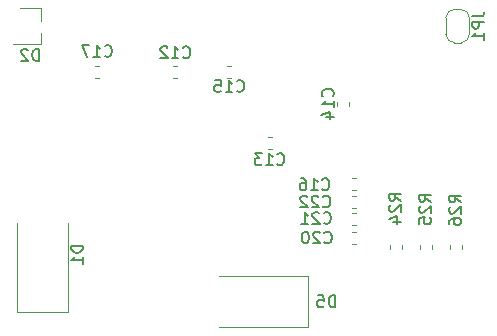
<source format=gbr>
G04 #@! TF.GenerationSoftware,KiCad,Pcbnew,5.0.2-bee76a0~70~ubuntu18.04.1*
G04 #@! TF.CreationDate,2019-01-26T12:58:11+01:00*
G04 #@! TF.ProjectId,MotorDriver,4d6f746f-7244-4726-9976-65722e6b6963,rev?*
G04 #@! TF.SameCoordinates,Original*
G04 #@! TF.FileFunction,Legend,Bot*
G04 #@! TF.FilePolarity,Positive*
%FSLAX46Y46*%
G04 Gerber Fmt 4.6, Leading zero omitted, Abs format (unit mm)*
G04 Created by KiCad (PCBNEW 5.0.2-bee76a0~70~ubuntu18.04.1) date So 26. ledna 2019, 12:58:11 CET*
%MOMM*%
%LPD*%
G01*
G04 APERTURE LIST*
%ADD10C,0.120000*%
%ADD11C,0.150000*%
G04 APERTURE END LIST*
D10*
G04 #@! TO.C,D2*
X108197000Y-87699000D02*
X108197000Y-86649000D01*
X108197000Y-86649000D02*
X106347000Y-86649000D01*
X108197000Y-89699000D02*
X108197000Y-88699000D01*
X108177000Y-89709000D02*
X105747000Y-89709000D01*
G04 #@! TO.C,C12*
X119335733Y-91501500D02*
X119678267Y-91501500D01*
X119335733Y-92521500D02*
X119678267Y-92521500D01*
G04 #@! TO.C,C13*
X127336733Y-97534000D02*
X127679267Y-97534000D01*
X127336733Y-98554000D02*
X127679267Y-98554000D01*
G04 #@! TO.C,C14*
X133246400Y-94556733D02*
X133246400Y-94899267D01*
X134266400Y-94556733D02*
X134266400Y-94899267D01*
G04 #@! TO.C,C15*
X124264267Y-91501500D02*
X123921733Y-91501500D01*
X124264267Y-92521500D02*
X123921733Y-92521500D01*
G04 #@! TO.C,C16*
X134448733Y-102046500D02*
X134791267Y-102046500D01*
X134448733Y-101026500D02*
X134791267Y-101026500D01*
G04 #@! TO.C,C17*
X113074267Y-92521500D02*
X112731733Y-92521500D01*
X113074267Y-91501500D02*
X112731733Y-91501500D01*
G04 #@! TO.C,C20*
X134448733Y-105598500D02*
X134791267Y-105598500D01*
X134448733Y-106618500D02*
X134791267Y-106618500D01*
G04 #@! TO.C,C21*
X134448733Y-105031000D02*
X134791267Y-105031000D01*
X134448733Y-104011000D02*
X134791267Y-104011000D01*
G04 #@! TO.C,C22*
X134448733Y-103570500D02*
X134791267Y-103570500D01*
X134448733Y-102550500D02*
X134791267Y-102550500D01*
G04 #@! TO.C,D1*
X110404800Y-112342800D02*
X110404800Y-104792800D01*
X106104800Y-112342800D02*
X106104800Y-104792800D01*
X110404800Y-112342800D02*
X106104800Y-112342800D01*
G04 #@! TO.C,D5*
X130749500Y-109356000D02*
X130749500Y-113656000D01*
X130749500Y-113656000D02*
X123199500Y-113656000D01*
X130749500Y-109356000D02*
X123199500Y-109356000D01*
G04 #@! TO.C,R24*
X137666000Y-106649733D02*
X137666000Y-106992267D01*
X138686000Y-106649733D02*
X138686000Y-106992267D01*
G04 #@! TO.C,R25*
X140206000Y-106649733D02*
X140206000Y-106992267D01*
X141226000Y-106649733D02*
X141226000Y-106992267D01*
G04 #@! TO.C,R26*
X143766000Y-106649733D02*
X143766000Y-106992267D01*
X142746000Y-106649733D02*
X142746000Y-106992267D01*
G04 #@! TO.C,JP1*
X144433800Y-87448400D02*
G75*
G03X143733800Y-86748400I-700000J0D01*
G01*
X143133800Y-86748400D02*
G75*
G03X142433800Y-87448400I0J-700000D01*
G01*
X142433800Y-88848400D02*
G75*
G03X143133800Y-89548400I700000J0D01*
G01*
X143733800Y-89548400D02*
G75*
G03X144433800Y-88848400I0J700000D01*
G01*
X143133800Y-89548400D02*
X143733800Y-89548400D01*
X142433800Y-87448400D02*
X142433800Y-88848400D01*
X143733800Y-86748400D02*
X143133800Y-86748400D01*
X144433800Y-88848400D02*
X144433800Y-87448400D01*
G04 #@! TO.C,D2*
D11*
X107985095Y-91101380D02*
X107985095Y-90101380D01*
X107747000Y-90101380D01*
X107604142Y-90149000D01*
X107508904Y-90244238D01*
X107461285Y-90339476D01*
X107413666Y-90529952D01*
X107413666Y-90672809D01*
X107461285Y-90863285D01*
X107508904Y-90958523D01*
X107604142Y-91053761D01*
X107747000Y-91101380D01*
X107985095Y-91101380D01*
X107032714Y-90196619D02*
X106985095Y-90149000D01*
X106889857Y-90101380D01*
X106651761Y-90101380D01*
X106556523Y-90149000D01*
X106508904Y-90196619D01*
X106461285Y-90291857D01*
X106461285Y-90387095D01*
X106508904Y-90529952D01*
X107080333Y-91101380D01*
X106461285Y-91101380D01*
G04 #@! TO.C,C12*
X120175257Y-90781142D02*
X120222876Y-90828761D01*
X120365733Y-90876380D01*
X120460971Y-90876380D01*
X120603828Y-90828761D01*
X120699066Y-90733523D01*
X120746685Y-90638285D01*
X120794304Y-90447809D01*
X120794304Y-90304952D01*
X120746685Y-90114476D01*
X120699066Y-90019238D01*
X120603828Y-89924000D01*
X120460971Y-89876380D01*
X120365733Y-89876380D01*
X120222876Y-89924000D01*
X120175257Y-89971619D01*
X119222876Y-90876380D02*
X119794304Y-90876380D01*
X119508590Y-90876380D02*
X119508590Y-89876380D01*
X119603828Y-90019238D01*
X119699066Y-90114476D01*
X119794304Y-90162095D01*
X118841923Y-89971619D02*
X118794304Y-89924000D01*
X118699066Y-89876380D01*
X118460971Y-89876380D01*
X118365733Y-89924000D01*
X118318114Y-89971619D01*
X118270495Y-90066857D01*
X118270495Y-90162095D01*
X118318114Y-90304952D01*
X118889542Y-90876380D01*
X118270495Y-90876380D01*
G04 #@! TO.C,C13*
X128150857Y-99831142D02*
X128198476Y-99878761D01*
X128341333Y-99926380D01*
X128436571Y-99926380D01*
X128579428Y-99878761D01*
X128674666Y-99783523D01*
X128722285Y-99688285D01*
X128769904Y-99497809D01*
X128769904Y-99354952D01*
X128722285Y-99164476D01*
X128674666Y-99069238D01*
X128579428Y-98974000D01*
X128436571Y-98926380D01*
X128341333Y-98926380D01*
X128198476Y-98974000D01*
X128150857Y-99021619D01*
X127198476Y-99926380D02*
X127769904Y-99926380D01*
X127484190Y-99926380D02*
X127484190Y-98926380D01*
X127579428Y-99069238D01*
X127674666Y-99164476D01*
X127769904Y-99212095D01*
X126865142Y-98926380D02*
X126246095Y-98926380D01*
X126579428Y-99307333D01*
X126436571Y-99307333D01*
X126341333Y-99354952D01*
X126293714Y-99402571D01*
X126246095Y-99497809D01*
X126246095Y-99735904D01*
X126293714Y-99831142D01*
X126341333Y-99878761D01*
X126436571Y-99926380D01*
X126722285Y-99926380D01*
X126817523Y-99878761D01*
X126865142Y-99831142D01*
G04 #@! TO.C,C14*
X132843542Y-94085142D02*
X132891161Y-94037523D01*
X132938780Y-93894666D01*
X132938780Y-93799428D01*
X132891161Y-93656571D01*
X132795923Y-93561333D01*
X132700685Y-93513714D01*
X132510209Y-93466095D01*
X132367352Y-93466095D01*
X132176876Y-93513714D01*
X132081638Y-93561333D01*
X131986400Y-93656571D01*
X131938780Y-93799428D01*
X131938780Y-93894666D01*
X131986400Y-94037523D01*
X132034019Y-94085142D01*
X132938780Y-95037523D02*
X132938780Y-94466095D01*
X132938780Y-94751809D02*
X131938780Y-94751809D01*
X132081638Y-94656571D01*
X132176876Y-94561333D01*
X132224495Y-94466095D01*
X132272114Y-95894666D02*
X132938780Y-95894666D01*
X131891161Y-95656571D02*
X132605447Y-95418476D01*
X132605447Y-96037523D01*
G04 #@! TO.C,C15*
X124735857Y-93638642D02*
X124783476Y-93686261D01*
X124926333Y-93733880D01*
X125021571Y-93733880D01*
X125164428Y-93686261D01*
X125259666Y-93591023D01*
X125307285Y-93495785D01*
X125354904Y-93305309D01*
X125354904Y-93162452D01*
X125307285Y-92971976D01*
X125259666Y-92876738D01*
X125164428Y-92781500D01*
X125021571Y-92733880D01*
X124926333Y-92733880D01*
X124783476Y-92781500D01*
X124735857Y-92829119D01*
X123783476Y-93733880D02*
X124354904Y-93733880D01*
X124069190Y-93733880D02*
X124069190Y-92733880D01*
X124164428Y-92876738D01*
X124259666Y-92971976D01*
X124354904Y-93019595D01*
X122878714Y-92733880D02*
X123354904Y-92733880D01*
X123402523Y-93210071D01*
X123354904Y-93162452D01*
X123259666Y-93114833D01*
X123021571Y-93114833D01*
X122926333Y-93162452D01*
X122878714Y-93210071D01*
X122831095Y-93305309D01*
X122831095Y-93543404D01*
X122878714Y-93638642D01*
X122926333Y-93686261D01*
X123021571Y-93733880D01*
X123259666Y-93733880D01*
X123354904Y-93686261D01*
X123402523Y-93638642D01*
G04 #@! TO.C,C16*
X131960857Y-101957142D02*
X132008476Y-102004761D01*
X132151333Y-102052380D01*
X132246571Y-102052380D01*
X132389428Y-102004761D01*
X132484666Y-101909523D01*
X132532285Y-101814285D01*
X132579904Y-101623809D01*
X132579904Y-101480952D01*
X132532285Y-101290476D01*
X132484666Y-101195238D01*
X132389428Y-101100000D01*
X132246571Y-101052380D01*
X132151333Y-101052380D01*
X132008476Y-101100000D01*
X131960857Y-101147619D01*
X131008476Y-102052380D02*
X131579904Y-102052380D01*
X131294190Y-102052380D02*
X131294190Y-101052380D01*
X131389428Y-101195238D01*
X131484666Y-101290476D01*
X131579904Y-101338095D01*
X130151333Y-101052380D02*
X130341809Y-101052380D01*
X130437047Y-101100000D01*
X130484666Y-101147619D01*
X130579904Y-101290476D01*
X130627523Y-101480952D01*
X130627523Y-101861904D01*
X130579904Y-101957142D01*
X130532285Y-102004761D01*
X130437047Y-102052380D01*
X130246571Y-102052380D01*
X130151333Y-102004761D01*
X130103714Y-101957142D01*
X130056095Y-101861904D01*
X130056095Y-101623809D01*
X130103714Y-101528571D01*
X130151333Y-101480952D01*
X130246571Y-101433333D01*
X130437047Y-101433333D01*
X130532285Y-101480952D01*
X130579904Y-101528571D01*
X130627523Y-101623809D01*
G04 #@! TO.C,C17*
X113545857Y-90679542D02*
X113593476Y-90727161D01*
X113736333Y-90774780D01*
X113831571Y-90774780D01*
X113974428Y-90727161D01*
X114069666Y-90631923D01*
X114117285Y-90536685D01*
X114164904Y-90346209D01*
X114164904Y-90203352D01*
X114117285Y-90012876D01*
X114069666Y-89917638D01*
X113974428Y-89822400D01*
X113831571Y-89774780D01*
X113736333Y-89774780D01*
X113593476Y-89822400D01*
X113545857Y-89870019D01*
X112593476Y-90774780D02*
X113164904Y-90774780D01*
X112879190Y-90774780D02*
X112879190Y-89774780D01*
X112974428Y-89917638D01*
X113069666Y-90012876D01*
X113164904Y-90060495D01*
X112260142Y-89774780D02*
X111593476Y-89774780D01*
X112022047Y-90774780D01*
G04 #@! TO.C,C20*
X132151357Y-106465642D02*
X132198976Y-106513261D01*
X132341833Y-106560880D01*
X132437071Y-106560880D01*
X132579928Y-106513261D01*
X132675166Y-106418023D01*
X132722785Y-106322785D01*
X132770404Y-106132309D01*
X132770404Y-105989452D01*
X132722785Y-105798976D01*
X132675166Y-105703738D01*
X132579928Y-105608500D01*
X132437071Y-105560880D01*
X132341833Y-105560880D01*
X132198976Y-105608500D01*
X132151357Y-105656119D01*
X131770404Y-105656119D02*
X131722785Y-105608500D01*
X131627547Y-105560880D01*
X131389452Y-105560880D01*
X131294214Y-105608500D01*
X131246595Y-105656119D01*
X131198976Y-105751357D01*
X131198976Y-105846595D01*
X131246595Y-105989452D01*
X131818023Y-106560880D01*
X131198976Y-106560880D01*
X130579928Y-105560880D02*
X130484690Y-105560880D01*
X130389452Y-105608500D01*
X130341833Y-105656119D01*
X130294214Y-105751357D01*
X130246595Y-105941833D01*
X130246595Y-106179928D01*
X130294214Y-106370404D01*
X130341833Y-106465642D01*
X130389452Y-106513261D01*
X130484690Y-106560880D01*
X130579928Y-106560880D01*
X130675166Y-106513261D01*
X130722785Y-106465642D01*
X130770404Y-106370404D01*
X130818023Y-106179928D01*
X130818023Y-105941833D01*
X130770404Y-105751357D01*
X130722785Y-105656119D01*
X130675166Y-105608500D01*
X130579928Y-105560880D01*
G04 #@! TO.C,C21*
X132087857Y-104814642D02*
X132135476Y-104862261D01*
X132278333Y-104909880D01*
X132373571Y-104909880D01*
X132516428Y-104862261D01*
X132611666Y-104767023D01*
X132659285Y-104671785D01*
X132706904Y-104481309D01*
X132706904Y-104338452D01*
X132659285Y-104147976D01*
X132611666Y-104052738D01*
X132516428Y-103957500D01*
X132373571Y-103909880D01*
X132278333Y-103909880D01*
X132135476Y-103957500D01*
X132087857Y-104005119D01*
X131706904Y-104005119D02*
X131659285Y-103957500D01*
X131564047Y-103909880D01*
X131325952Y-103909880D01*
X131230714Y-103957500D01*
X131183095Y-104005119D01*
X131135476Y-104100357D01*
X131135476Y-104195595D01*
X131183095Y-104338452D01*
X131754523Y-104909880D01*
X131135476Y-104909880D01*
X130183095Y-104909880D02*
X130754523Y-104909880D01*
X130468809Y-104909880D02*
X130468809Y-103909880D01*
X130564047Y-104052738D01*
X130659285Y-104147976D01*
X130754523Y-104195595D01*
G04 #@! TO.C,C22*
X132024357Y-103417642D02*
X132071976Y-103465261D01*
X132214833Y-103512880D01*
X132310071Y-103512880D01*
X132452928Y-103465261D01*
X132548166Y-103370023D01*
X132595785Y-103274785D01*
X132643404Y-103084309D01*
X132643404Y-102941452D01*
X132595785Y-102750976D01*
X132548166Y-102655738D01*
X132452928Y-102560500D01*
X132310071Y-102512880D01*
X132214833Y-102512880D01*
X132071976Y-102560500D01*
X132024357Y-102608119D01*
X131643404Y-102608119D02*
X131595785Y-102560500D01*
X131500547Y-102512880D01*
X131262452Y-102512880D01*
X131167214Y-102560500D01*
X131119595Y-102608119D01*
X131071976Y-102703357D01*
X131071976Y-102798595D01*
X131119595Y-102941452D01*
X131691023Y-103512880D01*
X131071976Y-103512880D01*
X130691023Y-102608119D02*
X130643404Y-102560500D01*
X130548166Y-102512880D01*
X130310071Y-102512880D01*
X130214833Y-102560500D01*
X130167214Y-102608119D01*
X130119595Y-102703357D01*
X130119595Y-102798595D01*
X130167214Y-102941452D01*
X130738642Y-103512880D01*
X130119595Y-103512880D01*
G04 #@! TO.C,D1*
X111707180Y-106754704D02*
X110707180Y-106754704D01*
X110707180Y-106992800D01*
X110754800Y-107135657D01*
X110850038Y-107230895D01*
X110945276Y-107278514D01*
X111135752Y-107326133D01*
X111278609Y-107326133D01*
X111469085Y-107278514D01*
X111564323Y-107230895D01*
X111659561Y-107135657D01*
X111707180Y-106992800D01*
X111707180Y-106754704D01*
X111707180Y-108278514D02*
X111707180Y-107707085D01*
X111707180Y-107992800D02*
X110707180Y-107992800D01*
X110850038Y-107897561D01*
X110945276Y-107802323D01*
X110992895Y-107707085D01*
G04 #@! TO.C,D5*
X133072095Y-111958380D02*
X133072095Y-110958380D01*
X132834000Y-110958380D01*
X132691142Y-111006000D01*
X132595904Y-111101238D01*
X132548285Y-111196476D01*
X132500666Y-111386952D01*
X132500666Y-111529809D01*
X132548285Y-111720285D01*
X132595904Y-111815523D01*
X132691142Y-111910761D01*
X132834000Y-111958380D01*
X133072095Y-111958380D01*
X131595904Y-110958380D02*
X132072095Y-110958380D01*
X132119714Y-111434571D01*
X132072095Y-111386952D01*
X131976857Y-111339333D01*
X131738761Y-111339333D01*
X131643523Y-111386952D01*
X131595904Y-111434571D01*
X131548285Y-111529809D01*
X131548285Y-111767904D01*
X131595904Y-111863142D01*
X131643523Y-111910761D01*
X131738761Y-111958380D01*
X131976857Y-111958380D01*
X132072095Y-111910761D01*
X132119714Y-111863142D01*
G04 #@! TO.C,R24*
X138628380Y-102925642D02*
X138152190Y-102592309D01*
X138628380Y-102354214D02*
X137628380Y-102354214D01*
X137628380Y-102735166D01*
X137676000Y-102830404D01*
X137723619Y-102878023D01*
X137818857Y-102925642D01*
X137961714Y-102925642D01*
X138056952Y-102878023D01*
X138104571Y-102830404D01*
X138152190Y-102735166D01*
X138152190Y-102354214D01*
X137723619Y-103306595D02*
X137676000Y-103354214D01*
X137628380Y-103449452D01*
X137628380Y-103687547D01*
X137676000Y-103782785D01*
X137723619Y-103830404D01*
X137818857Y-103878023D01*
X137914095Y-103878023D01*
X138056952Y-103830404D01*
X138628380Y-103258976D01*
X138628380Y-103878023D01*
X137961714Y-104735166D02*
X138628380Y-104735166D01*
X137580761Y-104497071D02*
X138295047Y-104258976D01*
X138295047Y-104878023D01*
G04 #@! TO.C,R25*
X141168380Y-103017142D02*
X140692190Y-102683809D01*
X141168380Y-102445714D02*
X140168380Y-102445714D01*
X140168380Y-102826666D01*
X140216000Y-102921904D01*
X140263619Y-102969523D01*
X140358857Y-103017142D01*
X140501714Y-103017142D01*
X140596952Y-102969523D01*
X140644571Y-102921904D01*
X140692190Y-102826666D01*
X140692190Y-102445714D01*
X140263619Y-103398095D02*
X140216000Y-103445714D01*
X140168380Y-103540952D01*
X140168380Y-103779047D01*
X140216000Y-103874285D01*
X140263619Y-103921904D01*
X140358857Y-103969523D01*
X140454095Y-103969523D01*
X140596952Y-103921904D01*
X141168380Y-103350476D01*
X141168380Y-103969523D01*
X140168380Y-104874285D02*
X140168380Y-104398095D01*
X140644571Y-104350476D01*
X140596952Y-104398095D01*
X140549333Y-104493333D01*
X140549333Y-104731428D01*
X140596952Y-104826666D01*
X140644571Y-104874285D01*
X140739809Y-104921904D01*
X140977904Y-104921904D01*
X141073142Y-104874285D01*
X141120761Y-104826666D01*
X141168380Y-104731428D01*
X141168380Y-104493333D01*
X141120761Y-104398095D01*
X141073142Y-104350476D01*
G04 #@! TO.C,R26*
X143708380Y-103080642D02*
X143232190Y-102747309D01*
X143708380Y-102509214D02*
X142708380Y-102509214D01*
X142708380Y-102890166D01*
X142756000Y-102985404D01*
X142803619Y-103033023D01*
X142898857Y-103080642D01*
X143041714Y-103080642D01*
X143136952Y-103033023D01*
X143184571Y-102985404D01*
X143232190Y-102890166D01*
X143232190Y-102509214D01*
X142803619Y-103461595D02*
X142756000Y-103509214D01*
X142708380Y-103604452D01*
X142708380Y-103842547D01*
X142756000Y-103937785D01*
X142803619Y-103985404D01*
X142898857Y-104033023D01*
X142994095Y-104033023D01*
X143136952Y-103985404D01*
X143708380Y-103413976D01*
X143708380Y-104033023D01*
X142708380Y-104890166D02*
X142708380Y-104699690D01*
X142756000Y-104604452D01*
X142803619Y-104556833D01*
X142946476Y-104461595D01*
X143136952Y-104413976D01*
X143517904Y-104413976D01*
X143613142Y-104461595D01*
X143660761Y-104509214D01*
X143708380Y-104604452D01*
X143708380Y-104794928D01*
X143660761Y-104890166D01*
X143613142Y-104937785D01*
X143517904Y-104985404D01*
X143279809Y-104985404D01*
X143184571Y-104937785D01*
X143136952Y-104890166D01*
X143089333Y-104794928D01*
X143089333Y-104604452D01*
X143136952Y-104509214D01*
X143184571Y-104461595D01*
X143279809Y-104413976D01*
G04 #@! TO.C,JP1*
X144686180Y-87315066D02*
X145400466Y-87315066D01*
X145543323Y-87267447D01*
X145638561Y-87172209D01*
X145686180Y-87029352D01*
X145686180Y-86934114D01*
X145686180Y-87791257D02*
X144686180Y-87791257D01*
X144686180Y-88172209D01*
X144733800Y-88267447D01*
X144781419Y-88315066D01*
X144876657Y-88362685D01*
X145019514Y-88362685D01*
X145114752Y-88315066D01*
X145162371Y-88267447D01*
X145209990Y-88172209D01*
X145209990Y-87791257D01*
X145686180Y-89315066D02*
X145686180Y-88743638D01*
X145686180Y-89029352D02*
X144686180Y-89029352D01*
X144829038Y-88934114D01*
X144924276Y-88838876D01*
X144971895Y-88743638D01*
G04 #@! TD*
M02*

</source>
